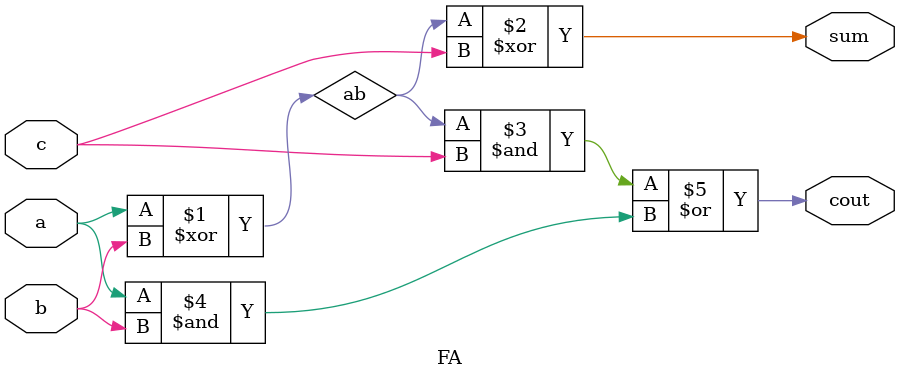
<source format=v>

module FA(a, b, c, cout, sum);

    input a, b, c;
    output cout, sum;
    
    wire   ab;

    assign ab = (a^b);
    assign sum = (ab)^c;
    assign cout = ((ab)&c)|(a&b);


endmodule


</source>
